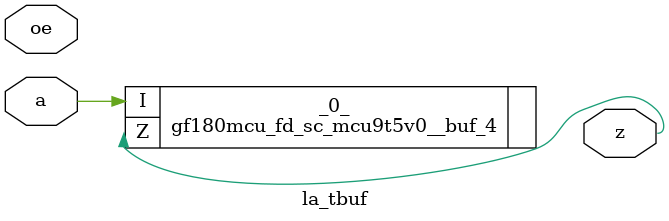
<source format=v>
/* Generated by Yosys 0.37 (git sha1 a5c7f69ed, clang 14.0.0-1ubuntu1.1 -fPIC -Os) */

module la_tbuf(a, oe, z);
  input a;
  wire a;
  input oe;
  wire oe;
  output z;
  wire z;
  gf180mcu_fd_sc_mcu9t5v0__buf_4 _0_ (
    .I(a),
    .Z(z)
  );
endmodule

</source>
